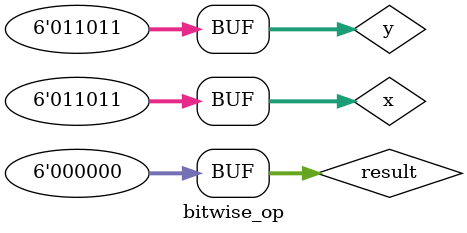
<source format=v>
module bitwise_op ();

reg [5:0] x = 0;
reg [5:0] y = 0;
reg [5:0] result = 0;

//Monitor the values
initial begin
    $monitor("x=%b, y=%b, result=%b", x, y, result);
end
    

//Generate Stimulus
initial begin

x = 6'b00_0101;
y = 6'b11_0001;
result = x&y;       //AND OPERATION

#5;
result = ~(x&y);    //NAND OPERATION

#1
x = 6'b01_0110;
y = 6'b01_1011;
result = x|y;       //OR OPERATION

#5;
result = ~(x|y);    //NOR OPERATION

#1;
x = 6'b01_0110;
y = 6'b01_1011; 
result = x^y;       //XOR OPERATION

#5;
result = x~^y;      //NXOR OPERATION

#5;
x=y;                //Makes all bits equal to 1
result = ~(x^y);

end
endmodule
</source>
